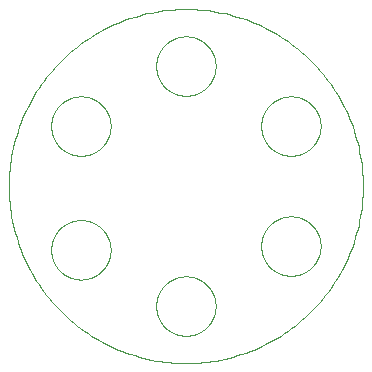
<source format=gtp>
G75*
%MOIN*%
%OFA0B0*%
%FSLAX25Y25*%
%IPPOS*%
%LPD*%
%AMOC8*
5,1,8,0,0,1.08239X$1,22.5*
%
%ADD10C,0.00010*%
%ADD11C,0.00016*%
D10*
X0015108Y0040550D02*
X0015111Y0040793D01*
X0015120Y0041036D01*
X0015135Y0041278D01*
X0015156Y0041520D01*
X0015182Y0041762D01*
X0015215Y0042003D01*
X0015254Y0042243D01*
X0015298Y0042481D01*
X0015349Y0042719D01*
X0015405Y0042956D01*
X0015467Y0043190D01*
X0015534Y0043424D01*
X0015608Y0043655D01*
X0015687Y0043885D01*
X0015771Y0044113D01*
X0015862Y0044339D01*
X0015957Y0044562D01*
X0016059Y0044783D01*
X0016165Y0045001D01*
X0016277Y0045217D01*
X0016394Y0045430D01*
X0016516Y0045640D01*
X0016644Y0045846D01*
X0016776Y0046050D01*
X0016914Y0046251D01*
X0017056Y0046447D01*
X0017203Y0046641D01*
X0017355Y0046830D01*
X0017512Y0047016D01*
X0017673Y0047198D01*
X0017838Y0047376D01*
X0018008Y0047550D01*
X0018182Y0047720D01*
X0018360Y0047885D01*
X0018542Y0048046D01*
X0018728Y0048203D01*
X0018917Y0048355D01*
X0019111Y0048502D01*
X0019307Y0048644D01*
X0019508Y0048782D01*
X0019712Y0048914D01*
X0019918Y0049042D01*
X0020128Y0049164D01*
X0020341Y0049281D01*
X0020557Y0049393D01*
X0020775Y0049499D01*
X0020996Y0049601D01*
X0021219Y0049696D01*
X0021445Y0049787D01*
X0021673Y0049871D01*
X0021903Y0049950D01*
X0022134Y0050024D01*
X0022368Y0050091D01*
X0022602Y0050153D01*
X0022839Y0050209D01*
X0023077Y0050260D01*
X0023315Y0050304D01*
X0023555Y0050343D01*
X0023796Y0050376D01*
X0024038Y0050402D01*
X0024280Y0050423D01*
X0024522Y0050438D01*
X0024765Y0050447D01*
X0025008Y0050450D01*
X0025251Y0050447D01*
X0025494Y0050438D01*
X0025736Y0050423D01*
X0025978Y0050402D01*
X0026220Y0050376D01*
X0026461Y0050343D01*
X0026701Y0050304D01*
X0026939Y0050260D01*
X0027177Y0050209D01*
X0027414Y0050153D01*
X0027648Y0050091D01*
X0027882Y0050024D01*
X0028113Y0049950D01*
X0028343Y0049871D01*
X0028571Y0049787D01*
X0028797Y0049696D01*
X0029020Y0049601D01*
X0029241Y0049499D01*
X0029459Y0049393D01*
X0029675Y0049281D01*
X0029888Y0049164D01*
X0030098Y0049042D01*
X0030304Y0048914D01*
X0030508Y0048782D01*
X0030709Y0048644D01*
X0030905Y0048502D01*
X0031099Y0048355D01*
X0031288Y0048203D01*
X0031474Y0048046D01*
X0031656Y0047885D01*
X0031834Y0047720D01*
X0032008Y0047550D01*
X0032178Y0047376D01*
X0032343Y0047198D01*
X0032504Y0047016D01*
X0032661Y0046830D01*
X0032813Y0046641D01*
X0032960Y0046447D01*
X0033102Y0046251D01*
X0033240Y0046050D01*
X0033372Y0045846D01*
X0033500Y0045640D01*
X0033622Y0045430D01*
X0033739Y0045217D01*
X0033851Y0045001D01*
X0033957Y0044783D01*
X0034059Y0044562D01*
X0034154Y0044339D01*
X0034245Y0044113D01*
X0034329Y0043885D01*
X0034408Y0043655D01*
X0034482Y0043424D01*
X0034549Y0043190D01*
X0034611Y0042956D01*
X0034667Y0042719D01*
X0034718Y0042481D01*
X0034762Y0042243D01*
X0034801Y0042003D01*
X0034834Y0041762D01*
X0034860Y0041520D01*
X0034881Y0041278D01*
X0034896Y0041036D01*
X0034905Y0040793D01*
X0034908Y0040550D01*
X0034905Y0040307D01*
X0034896Y0040064D01*
X0034881Y0039822D01*
X0034860Y0039580D01*
X0034834Y0039338D01*
X0034801Y0039097D01*
X0034762Y0038857D01*
X0034718Y0038619D01*
X0034667Y0038381D01*
X0034611Y0038144D01*
X0034549Y0037910D01*
X0034482Y0037676D01*
X0034408Y0037445D01*
X0034329Y0037215D01*
X0034245Y0036987D01*
X0034154Y0036761D01*
X0034059Y0036538D01*
X0033957Y0036317D01*
X0033851Y0036099D01*
X0033739Y0035883D01*
X0033622Y0035670D01*
X0033500Y0035460D01*
X0033372Y0035254D01*
X0033240Y0035050D01*
X0033102Y0034849D01*
X0032960Y0034653D01*
X0032813Y0034459D01*
X0032661Y0034270D01*
X0032504Y0034084D01*
X0032343Y0033902D01*
X0032178Y0033724D01*
X0032008Y0033550D01*
X0031834Y0033380D01*
X0031656Y0033215D01*
X0031474Y0033054D01*
X0031288Y0032897D01*
X0031099Y0032745D01*
X0030905Y0032598D01*
X0030709Y0032456D01*
X0030508Y0032318D01*
X0030304Y0032186D01*
X0030098Y0032058D01*
X0029888Y0031936D01*
X0029675Y0031819D01*
X0029459Y0031707D01*
X0029241Y0031601D01*
X0029020Y0031499D01*
X0028797Y0031404D01*
X0028571Y0031313D01*
X0028343Y0031229D01*
X0028113Y0031150D01*
X0027882Y0031076D01*
X0027648Y0031009D01*
X0027414Y0030947D01*
X0027177Y0030891D01*
X0026939Y0030840D01*
X0026701Y0030796D01*
X0026461Y0030757D01*
X0026220Y0030724D01*
X0025978Y0030698D01*
X0025736Y0030677D01*
X0025494Y0030662D01*
X0025251Y0030653D01*
X0025008Y0030650D01*
X0024765Y0030653D01*
X0024522Y0030662D01*
X0024280Y0030677D01*
X0024038Y0030698D01*
X0023796Y0030724D01*
X0023555Y0030757D01*
X0023315Y0030796D01*
X0023077Y0030840D01*
X0022839Y0030891D01*
X0022602Y0030947D01*
X0022368Y0031009D01*
X0022134Y0031076D01*
X0021903Y0031150D01*
X0021673Y0031229D01*
X0021445Y0031313D01*
X0021219Y0031404D01*
X0020996Y0031499D01*
X0020775Y0031601D01*
X0020557Y0031707D01*
X0020341Y0031819D01*
X0020128Y0031936D01*
X0019918Y0032058D01*
X0019712Y0032186D01*
X0019508Y0032318D01*
X0019307Y0032456D01*
X0019111Y0032598D01*
X0018917Y0032745D01*
X0018728Y0032897D01*
X0018542Y0033054D01*
X0018360Y0033215D01*
X0018182Y0033380D01*
X0018008Y0033550D01*
X0017838Y0033724D01*
X0017673Y0033902D01*
X0017512Y0034084D01*
X0017355Y0034270D01*
X0017203Y0034459D01*
X0017056Y0034653D01*
X0016914Y0034849D01*
X0016776Y0035050D01*
X0016644Y0035254D01*
X0016516Y0035460D01*
X0016394Y0035670D01*
X0016277Y0035883D01*
X0016165Y0036099D01*
X0016059Y0036317D01*
X0015957Y0036538D01*
X0015862Y0036761D01*
X0015771Y0036987D01*
X0015687Y0037215D01*
X0015608Y0037445D01*
X0015534Y0037676D01*
X0015467Y0037910D01*
X0015405Y0038144D01*
X0015349Y0038381D01*
X0015298Y0038619D01*
X0015254Y0038857D01*
X0015215Y0039097D01*
X0015182Y0039338D01*
X0015156Y0039580D01*
X0015135Y0039822D01*
X0015120Y0040064D01*
X0015111Y0040307D01*
X0015108Y0040550D01*
X0015108Y0081800D02*
X0015111Y0082043D01*
X0015120Y0082286D01*
X0015135Y0082528D01*
X0015156Y0082770D01*
X0015182Y0083012D01*
X0015215Y0083253D01*
X0015254Y0083493D01*
X0015298Y0083731D01*
X0015349Y0083969D01*
X0015405Y0084206D01*
X0015467Y0084440D01*
X0015534Y0084674D01*
X0015608Y0084905D01*
X0015687Y0085135D01*
X0015771Y0085363D01*
X0015862Y0085589D01*
X0015957Y0085812D01*
X0016059Y0086033D01*
X0016165Y0086251D01*
X0016277Y0086467D01*
X0016394Y0086680D01*
X0016516Y0086890D01*
X0016644Y0087096D01*
X0016776Y0087300D01*
X0016914Y0087501D01*
X0017056Y0087697D01*
X0017203Y0087891D01*
X0017355Y0088080D01*
X0017512Y0088266D01*
X0017673Y0088448D01*
X0017838Y0088626D01*
X0018008Y0088800D01*
X0018182Y0088970D01*
X0018360Y0089135D01*
X0018542Y0089296D01*
X0018728Y0089453D01*
X0018917Y0089605D01*
X0019111Y0089752D01*
X0019307Y0089894D01*
X0019508Y0090032D01*
X0019712Y0090164D01*
X0019918Y0090292D01*
X0020128Y0090414D01*
X0020341Y0090531D01*
X0020557Y0090643D01*
X0020775Y0090749D01*
X0020996Y0090851D01*
X0021219Y0090946D01*
X0021445Y0091037D01*
X0021673Y0091121D01*
X0021903Y0091200D01*
X0022134Y0091274D01*
X0022368Y0091341D01*
X0022602Y0091403D01*
X0022839Y0091459D01*
X0023077Y0091510D01*
X0023315Y0091554D01*
X0023555Y0091593D01*
X0023796Y0091626D01*
X0024038Y0091652D01*
X0024280Y0091673D01*
X0024522Y0091688D01*
X0024765Y0091697D01*
X0025008Y0091700D01*
X0025251Y0091697D01*
X0025494Y0091688D01*
X0025736Y0091673D01*
X0025978Y0091652D01*
X0026220Y0091626D01*
X0026461Y0091593D01*
X0026701Y0091554D01*
X0026939Y0091510D01*
X0027177Y0091459D01*
X0027414Y0091403D01*
X0027648Y0091341D01*
X0027882Y0091274D01*
X0028113Y0091200D01*
X0028343Y0091121D01*
X0028571Y0091037D01*
X0028797Y0090946D01*
X0029020Y0090851D01*
X0029241Y0090749D01*
X0029459Y0090643D01*
X0029675Y0090531D01*
X0029888Y0090414D01*
X0030098Y0090292D01*
X0030304Y0090164D01*
X0030508Y0090032D01*
X0030709Y0089894D01*
X0030905Y0089752D01*
X0031099Y0089605D01*
X0031288Y0089453D01*
X0031474Y0089296D01*
X0031656Y0089135D01*
X0031834Y0088970D01*
X0032008Y0088800D01*
X0032178Y0088626D01*
X0032343Y0088448D01*
X0032504Y0088266D01*
X0032661Y0088080D01*
X0032813Y0087891D01*
X0032960Y0087697D01*
X0033102Y0087501D01*
X0033240Y0087300D01*
X0033372Y0087096D01*
X0033500Y0086890D01*
X0033622Y0086680D01*
X0033739Y0086467D01*
X0033851Y0086251D01*
X0033957Y0086033D01*
X0034059Y0085812D01*
X0034154Y0085589D01*
X0034245Y0085363D01*
X0034329Y0085135D01*
X0034408Y0084905D01*
X0034482Y0084674D01*
X0034549Y0084440D01*
X0034611Y0084206D01*
X0034667Y0083969D01*
X0034718Y0083731D01*
X0034762Y0083493D01*
X0034801Y0083253D01*
X0034834Y0083012D01*
X0034860Y0082770D01*
X0034881Y0082528D01*
X0034896Y0082286D01*
X0034905Y0082043D01*
X0034908Y0081800D01*
X0034905Y0081557D01*
X0034896Y0081314D01*
X0034881Y0081072D01*
X0034860Y0080830D01*
X0034834Y0080588D01*
X0034801Y0080347D01*
X0034762Y0080107D01*
X0034718Y0079869D01*
X0034667Y0079631D01*
X0034611Y0079394D01*
X0034549Y0079160D01*
X0034482Y0078926D01*
X0034408Y0078695D01*
X0034329Y0078465D01*
X0034245Y0078237D01*
X0034154Y0078011D01*
X0034059Y0077788D01*
X0033957Y0077567D01*
X0033851Y0077349D01*
X0033739Y0077133D01*
X0033622Y0076920D01*
X0033500Y0076710D01*
X0033372Y0076504D01*
X0033240Y0076300D01*
X0033102Y0076099D01*
X0032960Y0075903D01*
X0032813Y0075709D01*
X0032661Y0075520D01*
X0032504Y0075334D01*
X0032343Y0075152D01*
X0032178Y0074974D01*
X0032008Y0074800D01*
X0031834Y0074630D01*
X0031656Y0074465D01*
X0031474Y0074304D01*
X0031288Y0074147D01*
X0031099Y0073995D01*
X0030905Y0073848D01*
X0030709Y0073706D01*
X0030508Y0073568D01*
X0030304Y0073436D01*
X0030098Y0073308D01*
X0029888Y0073186D01*
X0029675Y0073069D01*
X0029459Y0072957D01*
X0029241Y0072851D01*
X0029020Y0072749D01*
X0028797Y0072654D01*
X0028571Y0072563D01*
X0028343Y0072479D01*
X0028113Y0072400D01*
X0027882Y0072326D01*
X0027648Y0072259D01*
X0027414Y0072197D01*
X0027177Y0072141D01*
X0026939Y0072090D01*
X0026701Y0072046D01*
X0026461Y0072007D01*
X0026220Y0071974D01*
X0025978Y0071948D01*
X0025736Y0071927D01*
X0025494Y0071912D01*
X0025251Y0071903D01*
X0025008Y0071900D01*
X0024765Y0071903D01*
X0024522Y0071912D01*
X0024280Y0071927D01*
X0024038Y0071948D01*
X0023796Y0071974D01*
X0023555Y0072007D01*
X0023315Y0072046D01*
X0023077Y0072090D01*
X0022839Y0072141D01*
X0022602Y0072197D01*
X0022368Y0072259D01*
X0022134Y0072326D01*
X0021903Y0072400D01*
X0021673Y0072479D01*
X0021445Y0072563D01*
X0021219Y0072654D01*
X0020996Y0072749D01*
X0020775Y0072851D01*
X0020557Y0072957D01*
X0020341Y0073069D01*
X0020128Y0073186D01*
X0019918Y0073308D01*
X0019712Y0073436D01*
X0019508Y0073568D01*
X0019307Y0073706D01*
X0019111Y0073848D01*
X0018917Y0073995D01*
X0018728Y0074147D01*
X0018542Y0074304D01*
X0018360Y0074465D01*
X0018182Y0074630D01*
X0018008Y0074800D01*
X0017838Y0074974D01*
X0017673Y0075152D01*
X0017512Y0075334D01*
X0017355Y0075520D01*
X0017203Y0075709D01*
X0017056Y0075903D01*
X0016914Y0076099D01*
X0016776Y0076300D01*
X0016644Y0076504D01*
X0016516Y0076710D01*
X0016394Y0076920D01*
X0016277Y0077133D01*
X0016165Y0077349D01*
X0016059Y0077567D01*
X0015957Y0077788D01*
X0015862Y0078011D01*
X0015771Y0078237D01*
X0015687Y0078465D01*
X0015608Y0078695D01*
X0015534Y0078926D01*
X0015467Y0079160D01*
X0015405Y0079394D01*
X0015349Y0079631D01*
X0015298Y0079869D01*
X0015254Y0080107D01*
X0015215Y0080347D01*
X0015182Y0080588D01*
X0015156Y0080830D01*
X0015135Y0081072D01*
X0015120Y0081314D01*
X0015111Y0081557D01*
X0015108Y0081800D01*
X0050108Y0101800D02*
X0050111Y0102043D01*
X0050120Y0102286D01*
X0050135Y0102528D01*
X0050156Y0102770D01*
X0050182Y0103012D01*
X0050215Y0103253D01*
X0050254Y0103493D01*
X0050298Y0103731D01*
X0050349Y0103969D01*
X0050405Y0104206D01*
X0050467Y0104440D01*
X0050534Y0104674D01*
X0050608Y0104905D01*
X0050687Y0105135D01*
X0050771Y0105363D01*
X0050862Y0105589D01*
X0050957Y0105812D01*
X0051059Y0106033D01*
X0051165Y0106251D01*
X0051277Y0106467D01*
X0051394Y0106680D01*
X0051516Y0106890D01*
X0051644Y0107096D01*
X0051776Y0107300D01*
X0051914Y0107501D01*
X0052056Y0107697D01*
X0052203Y0107891D01*
X0052355Y0108080D01*
X0052512Y0108266D01*
X0052673Y0108448D01*
X0052838Y0108626D01*
X0053008Y0108800D01*
X0053182Y0108970D01*
X0053360Y0109135D01*
X0053542Y0109296D01*
X0053728Y0109453D01*
X0053917Y0109605D01*
X0054111Y0109752D01*
X0054307Y0109894D01*
X0054508Y0110032D01*
X0054712Y0110164D01*
X0054918Y0110292D01*
X0055128Y0110414D01*
X0055341Y0110531D01*
X0055557Y0110643D01*
X0055775Y0110749D01*
X0055996Y0110851D01*
X0056219Y0110946D01*
X0056445Y0111037D01*
X0056673Y0111121D01*
X0056903Y0111200D01*
X0057134Y0111274D01*
X0057368Y0111341D01*
X0057602Y0111403D01*
X0057839Y0111459D01*
X0058077Y0111510D01*
X0058315Y0111554D01*
X0058555Y0111593D01*
X0058796Y0111626D01*
X0059038Y0111652D01*
X0059280Y0111673D01*
X0059522Y0111688D01*
X0059765Y0111697D01*
X0060008Y0111700D01*
X0060251Y0111697D01*
X0060494Y0111688D01*
X0060736Y0111673D01*
X0060978Y0111652D01*
X0061220Y0111626D01*
X0061461Y0111593D01*
X0061701Y0111554D01*
X0061939Y0111510D01*
X0062177Y0111459D01*
X0062414Y0111403D01*
X0062648Y0111341D01*
X0062882Y0111274D01*
X0063113Y0111200D01*
X0063343Y0111121D01*
X0063571Y0111037D01*
X0063797Y0110946D01*
X0064020Y0110851D01*
X0064241Y0110749D01*
X0064459Y0110643D01*
X0064675Y0110531D01*
X0064888Y0110414D01*
X0065098Y0110292D01*
X0065304Y0110164D01*
X0065508Y0110032D01*
X0065709Y0109894D01*
X0065905Y0109752D01*
X0066099Y0109605D01*
X0066288Y0109453D01*
X0066474Y0109296D01*
X0066656Y0109135D01*
X0066834Y0108970D01*
X0067008Y0108800D01*
X0067178Y0108626D01*
X0067343Y0108448D01*
X0067504Y0108266D01*
X0067661Y0108080D01*
X0067813Y0107891D01*
X0067960Y0107697D01*
X0068102Y0107501D01*
X0068240Y0107300D01*
X0068372Y0107096D01*
X0068500Y0106890D01*
X0068622Y0106680D01*
X0068739Y0106467D01*
X0068851Y0106251D01*
X0068957Y0106033D01*
X0069059Y0105812D01*
X0069154Y0105589D01*
X0069245Y0105363D01*
X0069329Y0105135D01*
X0069408Y0104905D01*
X0069482Y0104674D01*
X0069549Y0104440D01*
X0069611Y0104206D01*
X0069667Y0103969D01*
X0069718Y0103731D01*
X0069762Y0103493D01*
X0069801Y0103253D01*
X0069834Y0103012D01*
X0069860Y0102770D01*
X0069881Y0102528D01*
X0069896Y0102286D01*
X0069905Y0102043D01*
X0069908Y0101800D01*
X0069905Y0101557D01*
X0069896Y0101314D01*
X0069881Y0101072D01*
X0069860Y0100830D01*
X0069834Y0100588D01*
X0069801Y0100347D01*
X0069762Y0100107D01*
X0069718Y0099869D01*
X0069667Y0099631D01*
X0069611Y0099394D01*
X0069549Y0099160D01*
X0069482Y0098926D01*
X0069408Y0098695D01*
X0069329Y0098465D01*
X0069245Y0098237D01*
X0069154Y0098011D01*
X0069059Y0097788D01*
X0068957Y0097567D01*
X0068851Y0097349D01*
X0068739Y0097133D01*
X0068622Y0096920D01*
X0068500Y0096710D01*
X0068372Y0096504D01*
X0068240Y0096300D01*
X0068102Y0096099D01*
X0067960Y0095903D01*
X0067813Y0095709D01*
X0067661Y0095520D01*
X0067504Y0095334D01*
X0067343Y0095152D01*
X0067178Y0094974D01*
X0067008Y0094800D01*
X0066834Y0094630D01*
X0066656Y0094465D01*
X0066474Y0094304D01*
X0066288Y0094147D01*
X0066099Y0093995D01*
X0065905Y0093848D01*
X0065709Y0093706D01*
X0065508Y0093568D01*
X0065304Y0093436D01*
X0065098Y0093308D01*
X0064888Y0093186D01*
X0064675Y0093069D01*
X0064459Y0092957D01*
X0064241Y0092851D01*
X0064020Y0092749D01*
X0063797Y0092654D01*
X0063571Y0092563D01*
X0063343Y0092479D01*
X0063113Y0092400D01*
X0062882Y0092326D01*
X0062648Y0092259D01*
X0062414Y0092197D01*
X0062177Y0092141D01*
X0061939Y0092090D01*
X0061701Y0092046D01*
X0061461Y0092007D01*
X0061220Y0091974D01*
X0060978Y0091948D01*
X0060736Y0091927D01*
X0060494Y0091912D01*
X0060251Y0091903D01*
X0060008Y0091900D01*
X0059765Y0091903D01*
X0059522Y0091912D01*
X0059280Y0091927D01*
X0059038Y0091948D01*
X0058796Y0091974D01*
X0058555Y0092007D01*
X0058315Y0092046D01*
X0058077Y0092090D01*
X0057839Y0092141D01*
X0057602Y0092197D01*
X0057368Y0092259D01*
X0057134Y0092326D01*
X0056903Y0092400D01*
X0056673Y0092479D01*
X0056445Y0092563D01*
X0056219Y0092654D01*
X0055996Y0092749D01*
X0055775Y0092851D01*
X0055557Y0092957D01*
X0055341Y0093069D01*
X0055128Y0093186D01*
X0054918Y0093308D01*
X0054712Y0093436D01*
X0054508Y0093568D01*
X0054307Y0093706D01*
X0054111Y0093848D01*
X0053917Y0093995D01*
X0053728Y0094147D01*
X0053542Y0094304D01*
X0053360Y0094465D01*
X0053182Y0094630D01*
X0053008Y0094800D01*
X0052838Y0094974D01*
X0052673Y0095152D01*
X0052512Y0095334D01*
X0052355Y0095520D01*
X0052203Y0095709D01*
X0052056Y0095903D01*
X0051914Y0096099D01*
X0051776Y0096300D01*
X0051644Y0096504D01*
X0051516Y0096710D01*
X0051394Y0096920D01*
X0051277Y0097133D01*
X0051165Y0097349D01*
X0051059Y0097567D01*
X0050957Y0097788D01*
X0050862Y0098011D01*
X0050771Y0098237D01*
X0050687Y0098465D01*
X0050608Y0098695D01*
X0050534Y0098926D01*
X0050467Y0099160D01*
X0050405Y0099394D01*
X0050349Y0099631D01*
X0050298Y0099869D01*
X0050254Y0100107D01*
X0050215Y0100347D01*
X0050182Y0100588D01*
X0050156Y0100830D01*
X0050135Y0101072D01*
X0050120Y0101314D01*
X0050111Y0101557D01*
X0050108Y0101800D01*
X0085108Y0081800D02*
X0085111Y0082043D01*
X0085120Y0082286D01*
X0085135Y0082528D01*
X0085156Y0082770D01*
X0085182Y0083012D01*
X0085215Y0083253D01*
X0085254Y0083493D01*
X0085298Y0083731D01*
X0085349Y0083969D01*
X0085405Y0084206D01*
X0085467Y0084440D01*
X0085534Y0084674D01*
X0085608Y0084905D01*
X0085687Y0085135D01*
X0085771Y0085363D01*
X0085862Y0085589D01*
X0085957Y0085812D01*
X0086059Y0086033D01*
X0086165Y0086251D01*
X0086277Y0086467D01*
X0086394Y0086680D01*
X0086516Y0086890D01*
X0086644Y0087096D01*
X0086776Y0087300D01*
X0086914Y0087501D01*
X0087056Y0087697D01*
X0087203Y0087891D01*
X0087355Y0088080D01*
X0087512Y0088266D01*
X0087673Y0088448D01*
X0087838Y0088626D01*
X0088008Y0088800D01*
X0088182Y0088970D01*
X0088360Y0089135D01*
X0088542Y0089296D01*
X0088728Y0089453D01*
X0088917Y0089605D01*
X0089111Y0089752D01*
X0089307Y0089894D01*
X0089508Y0090032D01*
X0089712Y0090164D01*
X0089918Y0090292D01*
X0090128Y0090414D01*
X0090341Y0090531D01*
X0090557Y0090643D01*
X0090775Y0090749D01*
X0090996Y0090851D01*
X0091219Y0090946D01*
X0091445Y0091037D01*
X0091673Y0091121D01*
X0091903Y0091200D01*
X0092134Y0091274D01*
X0092368Y0091341D01*
X0092602Y0091403D01*
X0092839Y0091459D01*
X0093077Y0091510D01*
X0093315Y0091554D01*
X0093555Y0091593D01*
X0093796Y0091626D01*
X0094038Y0091652D01*
X0094280Y0091673D01*
X0094522Y0091688D01*
X0094765Y0091697D01*
X0095008Y0091700D01*
X0095251Y0091697D01*
X0095494Y0091688D01*
X0095736Y0091673D01*
X0095978Y0091652D01*
X0096220Y0091626D01*
X0096461Y0091593D01*
X0096701Y0091554D01*
X0096939Y0091510D01*
X0097177Y0091459D01*
X0097414Y0091403D01*
X0097648Y0091341D01*
X0097882Y0091274D01*
X0098113Y0091200D01*
X0098343Y0091121D01*
X0098571Y0091037D01*
X0098797Y0090946D01*
X0099020Y0090851D01*
X0099241Y0090749D01*
X0099459Y0090643D01*
X0099675Y0090531D01*
X0099888Y0090414D01*
X0100098Y0090292D01*
X0100304Y0090164D01*
X0100508Y0090032D01*
X0100709Y0089894D01*
X0100905Y0089752D01*
X0101099Y0089605D01*
X0101288Y0089453D01*
X0101474Y0089296D01*
X0101656Y0089135D01*
X0101834Y0088970D01*
X0102008Y0088800D01*
X0102178Y0088626D01*
X0102343Y0088448D01*
X0102504Y0088266D01*
X0102661Y0088080D01*
X0102813Y0087891D01*
X0102960Y0087697D01*
X0103102Y0087501D01*
X0103240Y0087300D01*
X0103372Y0087096D01*
X0103500Y0086890D01*
X0103622Y0086680D01*
X0103739Y0086467D01*
X0103851Y0086251D01*
X0103957Y0086033D01*
X0104059Y0085812D01*
X0104154Y0085589D01*
X0104245Y0085363D01*
X0104329Y0085135D01*
X0104408Y0084905D01*
X0104482Y0084674D01*
X0104549Y0084440D01*
X0104611Y0084206D01*
X0104667Y0083969D01*
X0104718Y0083731D01*
X0104762Y0083493D01*
X0104801Y0083253D01*
X0104834Y0083012D01*
X0104860Y0082770D01*
X0104881Y0082528D01*
X0104896Y0082286D01*
X0104905Y0082043D01*
X0104908Y0081800D01*
X0104905Y0081557D01*
X0104896Y0081314D01*
X0104881Y0081072D01*
X0104860Y0080830D01*
X0104834Y0080588D01*
X0104801Y0080347D01*
X0104762Y0080107D01*
X0104718Y0079869D01*
X0104667Y0079631D01*
X0104611Y0079394D01*
X0104549Y0079160D01*
X0104482Y0078926D01*
X0104408Y0078695D01*
X0104329Y0078465D01*
X0104245Y0078237D01*
X0104154Y0078011D01*
X0104059Y0077788D01*
X0103957Y0077567D01*
X0103851Y0077349D01*
X0103739Y0077133D01*
X0103622Y0076920D01*
X0103500Y0076710D01*
X0103372Y0076504D01*
X0103240Y0076300D01*
X0103102Y0076099D01*
X0102960Y0075903D01*
X0102813Y0075709D01*
X0102661Y0075520D01*
X0102504Y0075334D01*
X0102343Y0075152D01*
X0102178Y0074974D01*
X0102008Y0074800D01*
X0101834Y0074630D01*
X0101656Y0074465D01*
X0101474Y0074304D01*
X0101288Y0074147D01*
X0101099Y0073995D01*
X0100905Y0073848D01*
X0100709Y0073706D01*
X0100508Y0073568D01*
X0100304Y0073436D01*
X0100098Y0073308D01*
X0099888Y0073186D01*
X0099675Y0073069D01*
X0099459Y0072957D01*
X0099241Y0072851D01*
X0099020Y0072749D01*
X0098797Y0072654D01*
X0098571Y0072563D01*
X0098343Y0072479D01*
X0098113Y0072400D01*
X0097882Y0072326D01*
X0097648Y0072259D01*
X0097414Y0072197D01*
X0097177Y0072141D01*
X0096939Y0072090D01*
X0096701Y0072046D01*
X0096461Y0072007D01*
X0096220Y0071974D01*
X0095978Y0071948D01*
X0095736Y0071927D01*
X0095494Y0071912D01*
X0095251Y0071903D01*
X0095008Y0071900D01*
X0094765Y0071903D01*
X0094522Y0071912D01*
X0094280Y0071927D01*
X0094038Y0071948D01*
X0093796Y0071974D01*
X0093555Y0072007D01*
X0093315Y0072046D01*
X0093077Y0072090D01*
X0092839Y0072141D01*
X0092602Y0072197D01*
X0092368Y0072259D01*
X0092134Y0072326D01*
X0091903Y0072400D01*
X0091673Y0072479D01*
X0091445Y0072563D01*
X0091219Y0072654D01*
X0090996Y0072749D01*
X0090775Y0072851D01*
X0090557Y0072957D01*
X0090341Y0073069D01*
X0090128Y0073186D01*
X0089918Y0073308D01*
X0089712Y0073436D01*
X0089508Y0073568D01*
X0089307Y0073706D01*
X0089111Y0073848D01*
X0088917Y0073995D01*
X0088728Y0074147D01*
X0088542Y0074304D01*
X0088360Y0074465D01*
X0088182Y0074630D01*
X0088008Y0074800D01*
X0087838Y0074974D01*
X0087673Y0075152D01*
X0087512Y0075334D01*
X0087355Y0075520D01*
X0087203Y0075709D01*
X0087056Y0075903D01*
X0086914Y0076099D01*
X0086776Y0076300D01*
X0086644Y0076504D01*
X0086516Y0076710D01*
X0086394Y0076920D01*
X0086277Y0077133D01*
X0086165Y0077349D01*
X0086059Y0077567D01*
X0085957Y0077788D01*
X0085862Y0078011D01*
X0085771Y0078237D01*
X0085687Y0078465D01*
X0085608Y0078695D01*
X0085534Y0078926D01*
X0085467Y0079160D01*
X0085405Y0079394D01*
X0085349Y0079631D01*
X0085298Y0079869D01*
X0085254Y0080107D01*
X0085215Y0080347D01*
X0085182Y0080588D01*
X0085156Y0080830D01*
X0085135Y0081072D01*
X0085120Y0081314D01*
X0085111Y0081557D01*
X0085108Y0081800D01*
X0085108Y0041800D02*
X0085111Y0042043D01*
X0085120Y0042286D01*
X0085135Y0042528D01*
X0085156Y0042770D01*
X0085182Y0043012D01*
X0085215Y0043253D01*
X0085254Y0043493D01*
X0085298Y0043731D01*
X0085349Y0043969D01*
X0085405Y0044206D01*
X0085467Y0044440D01*
X0085534Y0044674D01*
X0085608Y0044905D01*
X0085687Y0045135D01*
X0085771Y0045363D01*
X0085862Y0045589D01*
X0085957Y0045812D01*
X0086059Y0046033D01*
X0086165Y0046251D01*
X0086277Y0046467D01*
X0086394Y0046680D01*
X0086516Y0046890D01*
X0086644Y0047096D01*
X0086776Y0047300D01*
X0086914Y0047501D01*
X0087056Y0047697D01*
X0087203Y0047891D01*
X0087355Y0048080D01*
X0087512Y0048266D01*
X0087673Y0048448D01*
X0087838Y0048626D01*
X0088008Y0048800D01*
X0088182Y0048970D01*
X0088360Y0049135D01*
X0088542Y0049296D01*
X0088728Y0049453D01*
X0088917Y0049605D01*
X0089111Y0049752D01*
X0089307Y0049894D01*
X0089508Y0050032D01*
X0089712Y0050164D01*
X0089918Y0050292D01*
X0090128Y0050414D01*
X0090341Y0050531D01*
X0090557Y0050643D01*
X0090775Y0050749D01*
X0090996Y0050851D01*
X0091219Y0050946D01*
X0091445Y0051037D01*
X0091673Y0051121D01*
X0091903Y0051200D01*
X0092134Y0051274D01*
X0092368Y0051341D01*
X0092602Y0051403D01*
X0092839Y0051459D01*
X0093077Y0051510D01*
X0093315Y0051554D01*
X0093555Y0051593D01*
X0093796Y0051626D01*
X0094038Y0051652D01*
X0094280Y0051673D01*
X0094522Y0051688D01*
X0094765Y0051697D01*
X0095008Y0051700D01*
X0095251Y0051697D01*
X0095494Y0051688D01*
X0095736Y0051673D01*
X0095978Y0051652D01*
X0096220Y0051626D01*
X0096461Y0051593D01*
X0096701Y0051554D01*
X0096939Y0051510D01*
X0097177Y0051459D01*
X0097414Y0051403D01*
X0097648Y0051341D01*
X0097882Y0051274D01*
X0098113Y0051200D01*
X0098343Y0051121D01*
X0098571Y0051037D01*
X0098797Y0050946D01*
X0099020Y0050851D01*
X0099241Y0050749D01*
X0099459Y0050643D01*
X0099675Y0050531D01*
X0099888Y0050414D01*
X0100098Y0050292D01*
X0100304Y0050164D01*
X0100508Y0050032D01*
X0100709Y0049894D01*
X0100905Y0049752D01*
X0101099Y0049605D01*
X0101288Y0049453D01*
X0101474Y0049296D01*
X0101656Y0049135D01*
X0101834Y0048970D01*
X0102008Y0048800D01*
X0102178Y0048626D01*
X0102343Y0048448D01*
X0102504Y0048266D01*
X0102661Y0048080D01*
X0102813Y0047891D01*
X0102960Y0047697D01*
X0103102Y0047501D01*
X0103240Y0047300D01*
X0103372Y0047096D01*
X0103500Y0046890D01*
X0103622Y0046680D01*
X0103739Y0046467D01*
X0103851Y0046251D01*
X0103957Y0046033D01*
X0104059Y0045812D01*
X0104154Y0045589D01*
X0104245Y0045363D01*
X0104329Y0045135D01*
X0104408Y0044905D01*
X0104482Y0044674D01*
X0104549Y0044440D01*
X0104611Y0044206D01*
X0104667Y0043969D01*
X0104718Y0043731D01*
X0104762Y0043493D01*
X0104801Y0043253D01*
X0104834Y0043012D01*
X0104860Y0042770D01*
X0104881Y0042528D01*
X0104896Y0042286D01*
X0104905Y0042043D01*
X0104908Y0041800D01*
X0104905Y0041557D01*
X0104896Y0041314D01*
X0104881Y0041072D01*
X0104860Y0040830D01*
X0104834Y0040588D01*
X0104801Y0040347D01*
X0104762Y0040107D01*
X0104718Y0039869D01*
X0104667Y0039631D01*
X0104611Y0039394D01*
X0104549Y0039160D01*
X0104482Y0038926D01*
X0104408Y0038695D01*
X0104329Y0038465D01*
X0104245Y0038237D01*
X0104154Y0038011D01*
X0104059Y0037788D01*
X0103957Y0037567D01*
X0103851Y0037349D01*
X0103739Y0037133D01*
X0103622Y0036920D01*
X0103500Y0036710D01*
X0103372Y0036504D01*
X0103240Y0036300D01*
X0103102Y0036099D01*
X0102960Y0035903D01*
X0102813Y0035709D01*
X0102661Y0035520D01*
X0102504Y0035334D01*
X0102343Y0035152D01*
X0102178Y0034974D01*
X0102008Y0034800D01*
X0101834Y0034630D01*
X0101656Y0034465D01*
X0101474Y0034304D01*
X0101288Y0034147D01*
X0101099Y0033995D01*
X0100905Y0033848D01*
X0100709Y0033706D01*
X0100508Y0033568D01*
X0100304Y0033436D01*
X0100098Y0033308D01*
X0099888Y0033186D01*
X0099675Y0033069D01*
X0099459Y0032957D01*
X0099241Y0032851D01*
X0099020Y0032749D01*
X0098797Y0032654D01*
X0098571Y0032563D01*
X0098343Y0032479D01*
X0098113Y0032400D01*
X0097882Y0032326D01*
X0097648Y0032259D01*
X0097414Y0032197D01*
X0097177Y0032141D01*
X0096939Y0032090D01*
X0096701Y0032046D01*
X0096461Y0032007D01*
X0096220Y0031974D01*
X0095978Y0031948D01*
X0095736Y0031927D01*
X0095494Y0031912D01*
X0095251Y0031903D01*
X0095008Y0031900D01*
X0094765Y0031903D01*
X0094522Y0031912D01*
X0094280Y0031927D01*
X0094038Y0031948D01*
X0093796Y0031974D01*
X0093555Y0032007D01*
X0093315Y0032046D01*
X0093077Y0032090D01*
X0092839Y0032141D01*
X0092602Y0032197D01*
X0092368Y0032259D01*
X0092134Y0032326D01*
X0091903Y0032400D01*
X0091673Y0032479D01*
X0091445Y0032563D01*
X0091219Y0032654D01*
X0090996Y0032749D01*
X0090775Y0032851D01*
X0090557Y0032957D01*
X0090341Y0033069D01*
X0090128Y0033186D01*
X0089918Y0033308D01*
X0089712Y0033436D01*
X0089508Y0033568D01*
X0089307Y0033706D01*
X0089111Y0033848D01*
X0088917Y0033995D01*
X0088728Y0034147D01*
X0088542Y0034304D01*
X0088360Y0034465D01*
X0088182Y0034630D01*
X0088008Y0034800D01*
X0087838Y0034974D01*
X0087673Y0035152D01*
X0087512Y0035334D01*
X0087355Y0035520D01*
X0087203Y0035709D01*
X0087056Y0035903D01*
X0086914Y0036099D01*
X0086776Y0036300D01*
X0086644Y0036504D01*
X0086516Y0036710D01*
X0086394Y0036920D01*
X0086277Y0037133D01*
X0086165Y0037349D01*
X0086059Y0037567D01*
X0085957Y0037788D01*
X0085862Y0038011D01*
X0085771Y0038237D01*
X0085687Y0038465D01*
X0085608Y0038695D01*
X0085534Y0038926D01*
X0085467Y0039160D01*
X0085405Y0039394D01*
X0085349Y0039631D01*
X0085298Y0039869D01*
X0085254Y0040107D01*
X0085215Y0040347D01*
X0085182Y0040588D01*
X0085156Y0040830D01*
X0085135Y0041072D01*
X0085120Y0041314D01*
X0085111Y0041557D01*
X0085108Y0041800D01*
X0050108Y0021800D02*
X0050111Y0022043D01*
X0050120Y0022286D01*
X0050135Y0022528D01*
X0050156Y0022770D01*
X0050182Y0023012D01*
X0050215Y0023253D01*
X0050254Y0023493D01*
X0050298Y0023731D01*
X0050349Y0023969D01*
X0050405Y0024206D01*
X0050467Y0024440D01*
X0050534Y0024674D01*
X0050608Y0024905D01*
X0050687Y0025135D01*
X0050771Y0025363D01*
X0050862Y0025589D01*
X0050957Y0025812D01*
X0051059Y0026033D01*
X0051165Y0026251D01*
X0051277Y0026467D01*
X0051394Y0026680D01*
X0051516Y0026890D01*
X0051644Y0027096D01*
X0051776Y0027300D01*
X0051914Y0027501D01*
X0052056Y0027697D01*
X0052203Y0027891D01*
X0052355Y0028080D01*
X0052512Y0028266D01*
X0052673Y0028448D01*
X0052838Y0028626D01*
X0053008Y0028800D01*
X0053182Y0028970D01*
X0053360Y0029135D01*
X0053542Y0029296D01*
X0053728Y0029453D01*
X0053917Y0029605D01*
X0054111Y0029752D01*
X0054307Y0029894D01*
X0054508Y0030032D01*
X0054712Y0030164D01*
X0054918Y0030292D01*
X0055128Y0030414D01*
X0055341Y0030531D01*
X0055557Y0030643D01*
X0055775Y0030749D01*
X0055996Y0030851D01*
X0056219Y0030946D01*
X0056445Y0031037D01*
X0056673Y0031121D01*
X0056903Y0031200D01*
X0057134Y0031274D01*
X0057368Y0031341D01*
X0057602Y0031403D01*
X0057839Y0031459D01*
X0058077Y0031510D01*
X0058315Y0031554D01*
X0058555Y0031593D01*
X0058796Y0031626D01*
X0059038Y0031652D01*
X0059280Y0031673D01*
X0059522Y0031688D01*
X0059765Y0031697D01*
X0060008Y0031700D01*
X0060251Y0031697D01*
X0060494Y0031688D01*
X0060736Y0031673D01*
X0060978Y0031652D01*
X0061220Y0031626D01*
X0061461Y0031593D01*
X0061701Y0031554D01*
X0061939Y0031510D01*
X0062177Y0031459D01*
X0062414Y0031403D01*
X0062648Y0031341D01*
X0062882Y0031274D01*
X0063113Y0031200D01*
X0063343Y0031121D01*
X0063571Y0031037D01*
X0063797Y0030946D01*
X0064020Y0030851D01*
X0064241Y0030749D01*
X0064459Y0030643D01*
X0064675Y0030531D01*
X0064888Y0030414D01*
X0065098Y0030292D01*
X0065304Y0030164D01*
X0065508Y0030032D01*
X0065709Y0029894D01*
X0065905Y0029752D01*
X0066099Y0029605D01*
X0066288Y0029453D01*
X0066474Y0029296D01*
X0066656Y0029135D01*
X0066834Y0028970D01*
X0067008Y0028800D01*
X0067178Y0028626D01*
X0067343Y0028448D01*
X0067504Y0028266D01*
X0067661Y0028080D01*
X0067813Y0027891D01*
X0067960Y0027697D01*
X0068102Y0027501D01*
X0068240Y0027300D01*
X0068372Y0027096D01*
X0068500Y0026890D01*
X0068622Y0026680D01*
X0068739Y0026467D01*
X0068851Y0026251D01*
X0068957Y0026033D01*
X0069059Y0025812D01*
X0069154Y0025589D01*
X0069245Y0025363D01*
X0069329Y0025135D01*
X0069408Y0024905D01*
X0069482Y0024674D01*
X0069549Y0024440D01*
X0069611Y0024206D01*
X0069667Y0023969D01*
X0069718Y0023731D01*
X0069762Y0023493D01*
X0069801Y0023253D01*
X0069834Y0023012D01*
X0069860Y0022770D01*
X0069881Y0022528D01*
X0069896Y0022286D01*
X0069905Y0022043D01*
X0069908Y0021800D01*
X0069905Y0021557D01*
X0069896Y0021314D01*
X0069881Y0021072D01*
X0069860Y0020830D01*
X0069834Y0020588D01*
X0069801Y0020347D01*
X0069762Y0020107D01*
X0069718Y0019869D01*
X0069667Y0019631D01*
X0069611Y0019394D01*
X0069549Y0019160D01*
X0069482Y0018926D01*
X0069408Y0018695D01*
X0069329Y0018465D01*
X0069245Y0018237D01*
X0069154Y0018011D01*
X0069059Y0017788D01*
X0068957Y0017567D01*
X0068851Y0017349D01*
X0068739Y0017133D01*
X0068622Y0016920D01*
X0068500Y0016710D01*
X0068372Y0016504D01*
X0068240Y0016300D01*
X0068102Y0016099D01*
X0067960Y0015903D01*
X0067813Y0015709D01*
X0067661Y0015520D01*
X0067504Y0015334D01*
X0067343Y0015152D01*
X0067178Y0014974D01*
X0067008Y0014800D01*
X0066834Y0014630D01*
X0066656Y0014465D01*
X0066474Y0014304D01*
X0066288Y0014147D01*
X0066099Y0013995D01*
X0065905Y0013848D01*
X0065709Y0013706D01*
X0065508Y0013568D01*
X0065304Y0013436D01*
X0065098Y0013308D01*
X0064888Y0013186D01*
X0064675Y0013069D01*
X0064459Y0012957D01*
X0064241Y0012851D01*
X0064020Y0012749D01*
X0063797Y0012654D01*
X0063571Y0012563D01*
X0063343Y0012479D01*
X0063113Y0012400D01*
X0062882Y0012326D01*
X0062648Y0012259D01*
X0062414Y0012197D01*
X0062177Y0012141D01*
X0061939Y0012090D01*
X0061701Y0012046D01*
X0061461Y0012007D01*
X0061220Y0011974D01*
X0060978Y0011948D01*
X0060736Y0011927D01*
X0060494Y0011912D01*
X0060251Y0011903D01*
X0060008Y0011900D01*
X0059765Y0011903D01*
X0059522Y0011912D01*
X0059280Y0011927D01*
X0059038Y0011948D01*
X0058796Y0011974D01*
X0058555Y0012007D01*
X0058315Y0012046D01*
X0058077Y0012090D01*
X0057839Y0012141D01*
X0057602Y0012197D01*
X0057368Y0012259D01*
X0057134Y0012326D01*
X0056903Y0012400D01*
X0056673Y0012479D01*
X0056445Y0012563D01*
X0056219Y0012654D01*
X0055996Y0012749D01*
X0055775Y0012851D01*
X0055557Y0012957D01*
X0055341Y0013069D01*
X0055128Y0013186D01*
X0054918Y0013308D01*
X0054712Y0013436D01*
X0054508Y0013568D01*
X0054307Y0013706D01*
X0054111Y0013848D01*
X0053917Y0013995D01*
X0053728Y0014147D01*
X0053542Y0014304D01*
X0053360Y0014465D01*
X0053182Y0014630D01*
X0053008Y0014800D01*
X0052838Y0014974D01*
X0052673Y0015152D01*
X0052512Y0015334D01*
X0052355Y0015520D01*
X0052203Y0015709D01*
X0052056Y0015903D01*
X0051914Y0016099D01*
X0051776Y0016300D01*
X0051644Y0016504D01*
X0051516Y0016710D01*
X0051394Y0016920D01*
X0051277Y0017133D01*
X0051165Y0017349D01*
X0051059Y0017567D01*
X0050957Y0017788D01*
X0050862Y0018011D01*
X0050771Y0018237D01*
X0050687Y0018465D01*
X0050608Y0018695D01*
X0050534Y0018926D01*
X0050467Y0019160D01*
X0050405Y0019394D01*
X0050349Y0019631D01*
X0050298Y0019869D01*
X0050254Y0020107D01*
X0050215Y0020347D01*
X0050182Y0020588D01*
X0050156Y0020830D01*
X0050135Y0021072D01*
X0050120Y0021314D01*
X0050111Y0021557D01*
X0050108Y0021800D01*
D11*
X0001008Y0061800D02*
X0001026Y0063248D01*
X0001079Y0064695D01*
X0001168Y0066140D01*
X0001292Y0067583D01*
X0001452Y0069022D01*
X0001647Y0070457D01*
X0001877Y0071887D01*
X0002142Y0073310D01*
X0002442Y0074727D01*
X0002776Y0076136D01*
X0003145Y0077536D01*
X0003549Y0078927D01*
X0003986Y0080307D01*
X0004457Y0081677D01*
X0004961Y0083034D01*
X0005499Y0084378D01*
X0006070Y0085709D01*
X0006673Y0087026D01*
X0007308Y0088327D01*
X0007975Y0089612D01*
X0008673Y0090881D01*
X0009402Y0092132D01*
X0010162Y0093365D01*
X0010951Y0094579D01*
X0011770Y0095773D01*
X0012619Y0096946D01*
X0013496Y0098099D01*
X0014400Y0099229D01*
X0015333Y0100337D01*
X0016292Y0101422D01*
X0017277Y0102483D01*
X0018289Y0103519D01*
X0019325Y0104531D01*
X0020386Y0105516D01*
X0021471Y0106475D01*
X0022579Y0107408D01*
X0023709Y0108312D01*
X0024862Y0109189D01*
X0026035Y0110038D01*
X0027229Y0110857D01*
X0028443Y0111646D01*
X0029676Y0112406D01*
X0030927Y0113135D01*
X0032196Y0113833D01*
X0033481Y0114500D01*
X0034782Y0115135D01*
X0036099Y0115738D01*
X0037430Y0116309D01*
X0038774Y0116847D01*
X0040131Y0117351D01*
X0041501Y0117822D01*
X0042881Y0118259D01*
X0044272Y0118663D01*
X0045672Y0119032D01*
X0047081Y0119366D01*
X0048498Y0119666D01*
X0049921Y0119931D01*
X0051351Y0120161D01*
X0052786Y0120356D01*
X0054225Y0120516D01*
X0055668Y0120640D01*
X0057113Y0120729D01*
X0058560Y0120782D01*
X0060008Y0120800D01*
X0061456Y0120782D01*
X0062903Y0120729D01*
X0064348Y0120640D01*
X0065791Y0120516D01*
X0067230Y0120356D01*
X0068665Y0120161D01*
X0070095Y0119931D01*
X0071518Y0119666D01*
X0072935Y0119366D01*
X0074344Y0119032D01*
X0075744Y0118663D01*
X0077135Y0118259D01*
X0078515Y0117822D01*
X0079885Y0117351D01*
X0081242Y0116847D01*
X0082586Y0116309D01*
X0083917Y0115738D01*
X0085234Y0115135D01*
X0086535Y0114500D01*
X0087820Y0113833D01*
X0089089Y0113135D01*
X0090340Y0112406D01*
X0091573Y0111646D01*
X0092787Y0110857D01*
X0093981Y0110038D01*
X0095154Y0109189D01*
X0096307Y0108312D01*
X0097437Y0107408D01*
X0098545Y0106475D01*
X0099630Y0105516D01*
X0100691Y0104531D01*
X0101727Y0103519D01*
X0102739Y0102483D01*
X0103724Y0101422D01*
X0104683Y0100337D01*
X0105616Y0099229D01*
X0106520Y0098099D01*
X0107397Y0096946D01*
X0108246Y0095773D01*
X0109065Y0094579D01*
X0109854Y0093365D01*
X0110614Y0092132D01*
X0111343Y0090881D01*
X0112041Y0089612D01*
X0112708Y0088327D01*
X0113343Y0087026D01*
X0113946Y0085709D01*
X0114517Y0084378D01*
X0115055Y0083034D01*
X0115559Y0081677D01*
X0116030Y0080307D01*
X0116467Y0078927D01*
X0116871Y0077536D01*
X0117240Y0076136D01*
X0117574Y0074727D01*
X0117874Y0073310D01*
X0118139Y0071887D01*
X0118369Y0070457D01*
X0118564Y0069022D01*
X0118724Y0067583D01*
X0118848Y0066140D01*
X0118937Y0064695D01*
X0118990Y0063248D01*
X0119008Y0061800D01*
X0118990Y0060352D01*
X0118937Y0058905D01*
X0118848Y0057460D01*
X0118724Y0056017D01*
X0118564Y0054578D01*
X0118369Y0053143D01*
X0118139Y0051713D01*
X0117874Y0050290D01*
X0117574Y0048873D01*
X0117240Y0047464D01*
X0116871Y0046064D01*
X0116467Y0044673D01*
X0116030Y0043293D01*
X0115559Y0041923D01*
X0115055Y0040566D01*
X0114517Y0039222D01*
X0113946Y0037891D01*
X0113343Y0036574D01*
X0112708Y0035273D01*
X0112041Y0033988D01*
X0111343Y0032719D01*
X0110614Y0031468D01*
X0109854Y0030235D01*
X0109065Y0029021D01*
X0108246Y0027827D01*
X0107397Y0026654D01*
X0106520Y0025501D01*
X0105616Y0024371D01*
X0104683Y0023263D01*
X0103724Y0022178D01*
X0102739Y0021117D01*
X0101727Y0020081D01*
X0100691Y0019069D01*
X0099630Y0018084D01*
X0098545Y0017125D01*
X0097437Y0016192D01*
X0096307Y0015288D01*
X0095154Y0014411D01*
X0093981Y0013562D01*
X0092787Y0012743D01*
X0091573Y0011954D01*
X0090340Y0011194D01*
X0089089Y0010465D01*
X0087820Y0009767D01*
X0086535Y0009100D01*
X0085234Y0008465D01*
X0083917Y0007862D01*
X0082586Y0007291D01*
X0081242Y0006753D01*
X0079885Y0006249D01*
X0078515Y0005778D01*
X0077135Y0005341D01*
X0075744Y0004937D01*
X0074344Y0004568D01*
X0072935Y0004234D01*
X0071518Y0003934D01*
X0070095Y0003669D01*
X0068665Y0003439D01*
X0067230Y0003244D01*
X0065791Y0003084D01*
X0064348Y0002960D01*
X0062903Y0002871D01*
X0061456Y0002818D01*
X0060008Y0002800D01*
X0058560Y0002818D01*
X0057113Y0002871D01*
X0055668Y0002960D01*
X0054225Y0003084D01*
X0052786Y0003244D01*
X0051351Y0003439D01*
X0049921Y0003669D01*
X0048498Y0003934D01*
X0047081Y0004234D01*
X0045672Y0004568D01*
X0044272Y0004937D01*
X0042881Y0005341D01*
X0041501Y0005778D01*
X0040131Y0006249D01*
X0038774Y0006753D01*
X0037430Y0007291D01*
X0036099Y0007862D01*
X0034782Y0008465D01*
X0033481Y0009100D01*
X0032196Y0009767D01*
X0030927Y0010465D01*
X0029676Y0011194D01*
X0028443Y0011954D01*
X0027229Y0012743D01*
X0026035Y0013562D01*
X0024862Y0014411D01*
X0023709Y0015288D01*
X0022579Y0016192D01*
X0021471Y0017125D01*
X0020386Y0018084D01*
X0019325Y0019069D01*
X0018289Y0020081D01*
X0017277Y0021117D01*
X0016292Y0022178D01*
X0015333Y0023263D01*
X0014400Y0024371D01*
X0013496Y0025501D01*
X0012619Y0026654D01*
X0011770Y0027827D01*
X0010951Y0029021D01*
X0010162Y0030235D01*
X0009402Y0031468D01*
X0008673Y0032719D01*
X0007975Y0033988D01*
X0007308Y0035273D01*
X0006673Y0036574D01*
X0006070Y0037891D01*
X0005499Y0039222D01*
X0004961Y0040566D01*
X0004457Y0041923D01*
X0003986Y0043293D01*
X0003549Y0044673D01*
X0003145Y0046064D01*
X0002776Y0047464D01*
X0002442Y0048873D01*
X0002142Y0050290D01*
X0001877Y0051713D01*
X0001647Y0053143D01*
X0001452Y0054578D01*
X0001292Y0056017D01*
X0001168Y0057460D01*
X0001079Y0058905D01*
X0001026Y0060352D01*
X0001008Y0061800D01*
M02*

</source>
